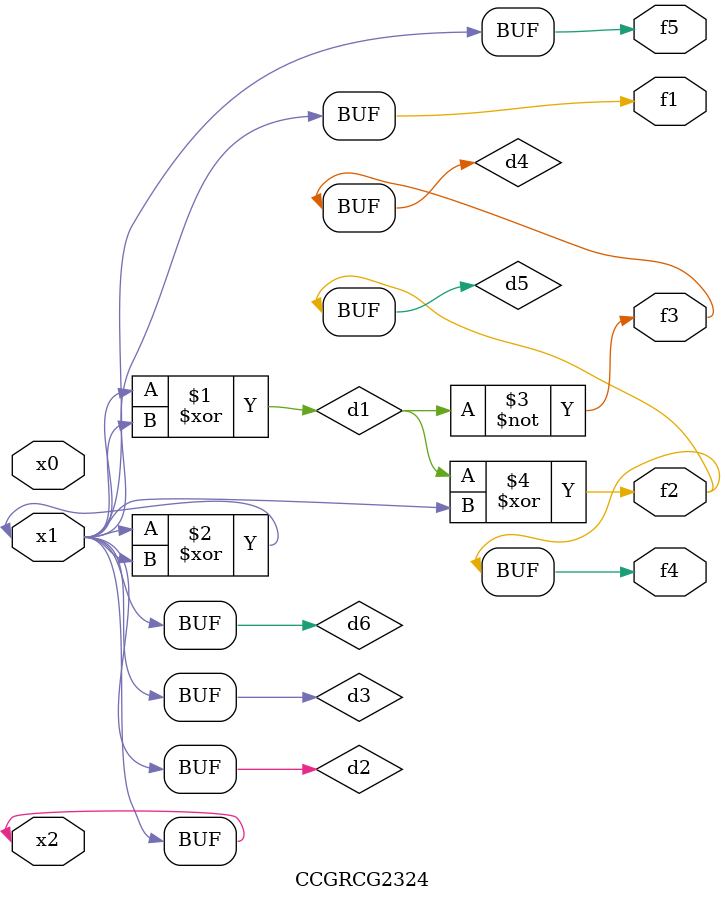
<source format=v>
module CCGRCG2324(
	input x0, x1, x2,
	output f1, f2, f3, f4, f5
);

	wire d1, d2, d3, d4, d5, d6;

	xor (d1, x1, x2);
	buf (d2, x1, x2);
	xor (d3, x1, x2);
	nor (d4, d1);
	xor (d5, d1, d2);
	buf (d6, d2, d3);
	assign f1 = d6;
	assign f2 = d5;
	assign f3 = d4;
	assign f4 = d5;
	assign f5 = d6;
endmodule

</source>
